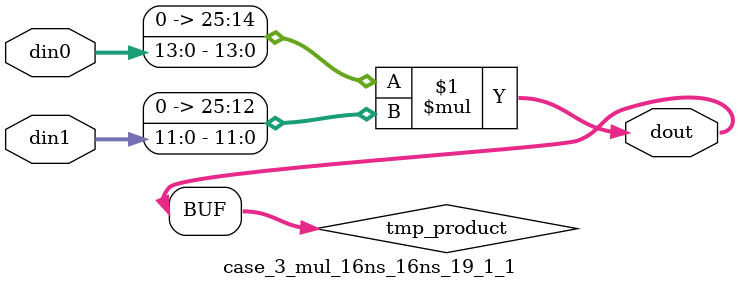
<source format=v>

`timescale 1 ns / 1 ps

 (* use_dsp = "no" *)  module case_3_mul_16ns_16ns_19_1_1(din0, din1, dout);
parameter ID = 1;
parameter NUM_STAGE = 0;
parameter din0_WIDTH = 14;
parameter din1_WIDTH = 12;
parameter dout_WIDTH = 26;

input [din0_WIDTH - 1 : 0] din0; 
input [din1_WIDTH - 1 : 0] din1; 
output [dout_WIDTH - 1 : 0] dout;

wire signed [dout_WIDTH - 1 : 0] tmp_product;
























assign tmp_product = $signed({1'b0, din0}) * $signed({1'b0, din1});











assign dout = tmp_product;





















endmodule

</source>
